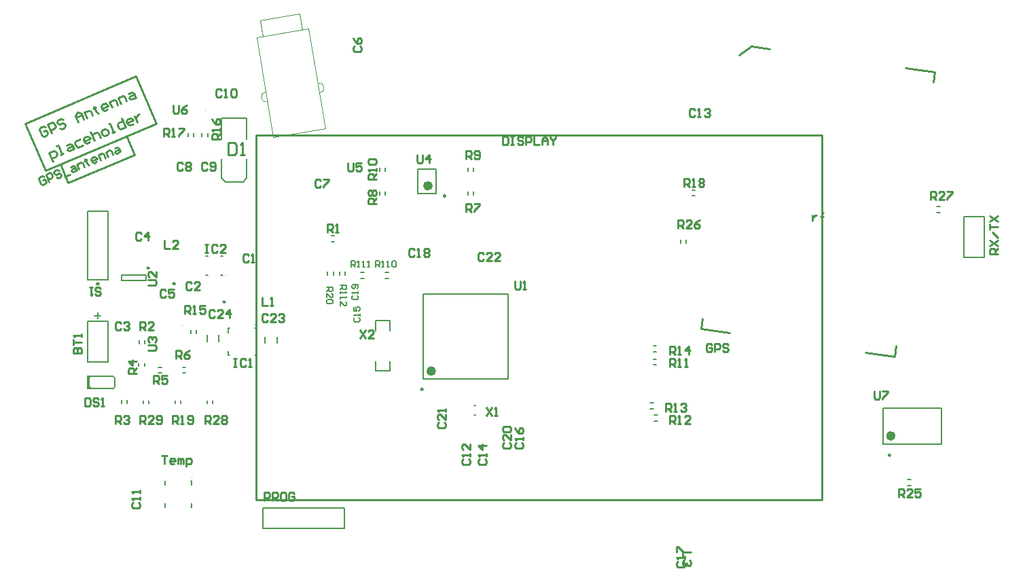
<source format=gto>
%FSLAX44Y44*%
%MOMM*%
G71*
G01*
G75*
G04 Layer_Color=65535*
%ADD10C,0.7620*%
G04:AMPARAMS|DCode=11|XSize=2mm|YSize=1.75mm|CornerRadius=0mm|HoleSize=0mm|Usage=FLASHONLY|Rotation=279.640|XOffset=0mm|YOffset=0mm|HoleType=Round|Shape=Rectangle|*
%AMROTATEDRECTD11*
4,1,4,-1.0301,0.8394,0.6952,1.1324,1.0301,-0.8394,-0.6952,-1.1324,-1.0301,0.8394,0.0*
%
%ADD11ROTATEDRECTD11*%

%ADD12R,2.3000X2.3000*%
%ADD13R,0.8000X0.9000*%
%ADD14O,1.7500X0.3000*%
%ADD15R,0.7000X0.9000*%
%ADD16R,0.9000X0.7000*%
%ADD17R,0.9000X0.8000*%
%ADD18R,0.4900X0.3000*%
%ADD19R,0.5200X0.3000*%
%ADD20R,1.7000X1.1000*%
%ADD21C,0.4000*%
%ADD22R,1.0000X1.0000*%
%ADD23R,0.7000X1.4000*%
%ADD24R,0.5500X0.9500*%
%ADD25O,0.2800X0.8500*%
%ADD26R,2.4000X1.6500*%
%ADD27R,0.7000X0.3000*%
%ADD28R,1.0000X1.6000*%
%ADD29R,0.4500X0.8500*%
%ADD30R,2.4000X1.5000*%
%ADD31R,0.8500X0.7000*%
%ADD32O,0.7000X2.0000*%
%ADD33O,1.3500X0.4500*%
%ADD34R,2.0000X0.4000*%
G04:AMPARAMS|DCode=35|XSize=1.524mm|YSize=2.8448mm|CornerRadius=0mm|HoleSize=0mm|Usage=FLASHONLY|Rotation=82.000|XOffset=0mm|YOffset=0mm|HoleType=Round|Shape=Rectangle|*
%AMROTATEDRECTD35*
4,1,4,1.3025,-0.9525,-1.5146,-0.5566,-1.3025,0.9525,1.5146,0.5566,1.3025,-0.9525,0.0*
%
%ADD35ROTATEDRECTD35*%

G04:AMPARAMS|DCode=36|XSize=1.524mm|YSize=2.8448mm|CornerRadius=0mm|HoleSize=0mm|Usage=FLASHONLY|Rotation=352.000|XOffset=0mm|YOffset=0mm|HoleType=Round|Shape=Rectangle|*
%AMROTATEDRECTD36*
4,1,4,-0.9525,-1.3025,-0.5566,1.5146,0.9525,1.3025,0.5566,-1.5146,-0.9525,-1.3025,0.0*
%
%ADD36ROTATEDRECTD36*%

%ADD37O,0.3000X1.7500*%
%ADD38R,0.2500X0.7000*%
%ADD39R,2.3800X1.6500*%
%ADD40R,0.3000X0.4900*%
%ADD41R,0.3000X0.5200*%
%ADD42C,0.1905*%
%ADD43C,0.4064*%
%ADD44C,0.5080*%
%ADD45C,0.2540*%
%ADD46C,0.3048*%
%ADD47C,0.2032*%
%ADD48C,0.6096*%
%ADD49C,1.0160*%
%ADD50C,0.3556*%
%ADD51C,1.2700*%
%ADD52R,0.7000X0.2800*%
%ADD53R,1.5000X1.5000*%
%ADD54C,1.5000*%
%ADD55C,1.8500*%
%ADD56R,1.8500X1.8500*%
%ADD57R,1.5000X1.5000*%
%ADD58C,1.2700*%
%ADD59R,1.2700X1.2700*%
%ADD60C,1.5240*%
%ADD61C,2.9000*%
%ADD62C,0.6350*%
%ADD63C,0.9000*%
%ADD64C,0.7000*%
%ADD65C,0.5000*%
%ADD66C,0.6350*%
G04:AMPARAMS|DCode=67|XSize=0.65mm|YSize=1.35mm|CornerRadius=0mm|HoleSize=0mm|Usage=FLASHONLY|Rotation=13.600|XOffset=0mm|YOffset=0mm|HoleType=Round|Shape=Rectangle|*
%AMROTATEDRECTD67*
4,1,4,-0.1572,-0.7325,-0.4746,0.5797,0.1572,0.7325,0.4746,-0.5797,-0.1572,-0.7325,0.0*
%
%ADD67ROTATEDRECTD67*%

G04:AMPARAMS|DCode=68|XSize=0.4mm|YSize=1.35mm|CornerRadius=0mm|HoleSize=0mm|Usage=FLASHONLY|Rotation=13.600|XOffset=0mm|YOffset=0mm|HoleType=Round|Shape=Rectangle|*
%AMROTATEDRECTD68*
4,1,4,-0.0357,-0.7031,-0.3531,0.6090,0.0357,0.7031,0.3531,-0.6090,-0.0357,-0.7031,0.0*
%
%ADD68ROTATEDRECTD68*%

G04:AMPARAMS|DCode=69|XSize=0.825mm|YSize=1.15mm|CornerRadius=0mm|HoleSize=0mm|Usage=FLASHONLY|Rotation=13.600|XOffset=0mm|YOffset=0mm|HoleType=Round|Shape=Rectangle|*
%AMROTATEDRECTD69*
4,1,4,-0.2657,-0.6559,-0.5361,0.4619,0.2657,0.6559,0.5361,-0.4619,-0.2657,-0.6559,0.0*
%
%ADD69ROTATEDRECTD69*%

G04:AMPARAMS|DCode=70|XSize=0.775mm|YSize=1.15mm|CornerRadius=0mm|HoleSize=0mm|Usage=FLASHONLY|Rotation=13.600|XOffset=0mm|YOffset=0mm|HoleType=Round|Shape=Rectangle|*
%AMROTATEDRECTD70*
4,1,4,-0.2414,-0.6500,-0.5118,0.4678,0.2414,0.6500,0.5118,-0.4678,-0.2414,-0.6500,0.0*
%
%ADD70ROTATEDRECTD70*%

G04:AMPARAMS|DCode=71|XSize=1.2mm|YSize=1.55mm|CornerRadius=0mm|HoleSize=0mm|Usage=FLASHONLY|Rotation=13.600|XOffset=0mm|YOffset=0mm|HoleType=Round|Shape=Rectangle|*
%AMROTATEDRECTD71*
4,1,4,-0.4009,-0.8943,-0.7654,0.6122,0.4009,0.8943,0.7654,-0.6122,-0.4009,-0.8943,0.0*
%
%ADD71ROTATEDRECTD71*%

G04:AMPARAMS|DCode=72|XSize=2.51mm|YSize=1mm|CornerRadius=0mm|HoleSize=0mm|Usage=FLASHONLY|Rotation=13.600|XOffset=0mm|YOffset=0mm|HoleType=Round|Shape=Rectangle|*
%AMROTATEDRECTD72*
4,1,4,-1.1022,-0.7811,-1.3374,0.1909,1.1022,0.7811,1.3374,-0.1909,-1.1022,-0.7811,0.0*
%
%ADD72ROTATEDRECTD72*%

G04:AMPARAMS|DCode=73|XSize=1.2mm|YSize=2.1mm|CornerRadius=0mm|HoleSize=0mm|Usage=FLASHONLY|Rotation=13.600|XOffset=0mm|YOffset=0mm|HoleType=Round|Shape=Rectangle|*
%AMROTATEDRECTD73*
4,1,4,-0.3363,-1.1617,-0.8301,0.8795,0.3363,1.1617,0.8301,-0.8795,-0.3363,-1.1617,0.0*
%
%ADD73ROTATEDRECTD73*%

%ADD74C,0.0000*%
%ADD75C,0.1000*%
%ADD76C,0.2500*%
%ADD77C,0.6000*%
%ADD78C,0.2000*%
%ADD79C,0.1500*%
%ADD80R,0.4572X1.7018*%
%ADD81R,0.5842X0.1651*%
%ADD82R,0.6502X0.1854*%
D45*
X-615238Y182995D02*
X-477162Y241605D01*
X-640245Y241908D02*
X-615238Y182995D01*
X-502169Y300517D02*
X-477162Y241605D01*
X-640245Y241908D02*
X-502169Y300517D01*
X-587060Y167797D02*
X-504214Y202963D01*
X-596828Y190810D02*
X-587060Y167797D01*
X-513592Y225055D02*
X-504214Y202963D01*
X-352425Y-227330D02*
X352425D01*
X-352425D02*
Y227330D01*
X352425D01*
Y-227330D02*
Y227330D01*
X201573Y-14429D02*
X237793Y-19519D01*
X201573Y-14429D02*
X203411Y-1350D01*
X249543Y326894D02*
X249578Y327146D01*
X264209Y338171D01*
X287601Y334884D01*
X443292Y-48400D02*
X445130Y-35321D01*
X407072Y-43310D02*
X443292Y-48400D01*
X456880Y311093D02*
X493100Y306003D01*
X491261Y292923D02*
X493100Y306003D01*
X-387500Y217735D02*
Y202500D01*
X-379883D01*
X-377343Y205039D01*
Y215196D01*
X-379883Y217735D01*
X-387500D01*
X-372265Y202500D02*
X-367187D01*
X-369726D01*
Y217735D01*
X-372265Y215196D01*
X-615445Y237222D02*
X-618067Y238281D01*
X-621747Y236719D01*
X-622807Y234097D01*
X-619682Y226735D01*
X-617060Y225676D01*
X-613379Y227239D01*
X-612320Y229860D01*
X-613882Y233541D01*
X-617563Y231978D01*
X-607858Y229582D02*
X-612545Y240625D01*
X-607024Y242968D01*
X-604402Y241909D01*
X-602840Y238228D01*
X-603899Y235607D01*
X-609421Y233263D01*
X-593360Y246596D02*
X-595982Y247656D01*
X-599662Y246093D01*
X-600722Y243472D01*
X-599940Y241631D01*
X-597319Y240572D01*
X-593638Y242134D01*
X-591016Y241075D01*
X-590235Y239235D01*
X-591294Y236613D01*
X-594975Y235051D01*
X-597597Y236110D01*
X-574731Y243644D02*
X-577855Y251006D01*
X-575737Y256249D01*
X-570494Y254130D01*
X-567369Y246769D01*
X-569713Y252290D01*
X-577074Y249165D01*
X-563688Y248331D02*
X-566813Y255693D01*
X-561292Y258036D01*
X-558670Y256977D01*
X-556326Y251456D01*
X-554711Y263002D02*
X-553930Y261161D01*
X-555770Y260380D01*
X-552090Y261943D01*
X-553930Y261161D01*
X-551586Y255640D01*
X-548965Y254581D01*
X-537922Y259268D02*
X-541603Y257706D01*
X-544225Y258765D01*
X-545787Y262446D01*
X-544728Y265067D01*
X-541047Y266630D01*
X-538425Y265571D01*
X-537644Y263730D01*
X-545006Y260605D01*
X-532401Y261612D02*
X-535526Y268973D01*
X-530005Y271317D01*
X-527383Y270258D01*
X-525039Y264737D01*
X-521359Y266299D02*
X-524483Y273661D01*
X-518962Y276004D01*
X-516341Y274945D01*
X-513997Y269424D01*
X-511600Y279129D02*
X-507920Y280692D01*
X-505298Y279632D01*
X-502954Y274111D01*
X-508476Y271768D01*
X-511097Y272827D01*
X-510038Y275448D01*
X-504517Y277792D01*
X-606007Y194519D02*
X-610694Y205562D01*
X-605173Y207906D01*
X-602551Y206846D01*
X-600989Y203165D01*
X-602048Y200544D01*
X-607569Y198200D01*
X-596527Y202887D02*
X-592846Y204450D01*
X-594686Y203669D01*
X-599374Y214711D01*
X-601214Y213930D01*
X-588609Y214936D02*
X-584928Y216499D01*
X-582307Y215440D01*
X-579963Y209918D01*
X-585484Y207575D01*
X-588106Y208634D01*
X-587047Y211256D01*
X-581525Y213599D01*
X-572046Y221967D02*
X-577567Y219624D01*
X-578626Y217002D01*
X-577063Y213321D01*
X-574442Y212262D01*
X-568921Y214606D01*
X-559719Y218512D02*
X-563399Y216949D01*
X-566021Y218008D01*
X-567583Y221689D01*
X-566524Y224311D01*
X-562843Y225873D01*
X-560222Y224814D01*
X-559441Y222974D01*
X-566802Y219849D01*
X-558885Y231898D02*
X-554197Y220855D01*
X-556541Y226377D01*
X-555482Y228998D01*
X-551801Y230561D01*
X-549179Y229501D01*
X-546836Y223980D01*
X-541314Y226324D02*
X-537634Y227886D01*
X-536574Y230508D01*
X-538137Y234189D01*
X-540759Y235248D01*
X-544439Y233685D01*
X-545499Y231064D01*
X-543936Y227383D01*
X-541314Y226324D01*
X-532112Y230230D02*
X-528432Y231792D01*
X-530272Y231011D01*
X-534959Y242054D01*
X-536800Y241272D01*
X-520236Y248303D02*
X-515549Y237261D01*
X-521070Y234917D01*
X-523691Y235976D01*
X-525254Y239657D01*
X-524195Y242279D01*
X-518674Y244622D01*
X-506347Y241167D02*
X-510027Y239604D01*
X-512649Y240664D01*
X-514211Y244344D01*
X-513152Y246966D01*
X-509471Y248528D01*
X-506850Y247469D01*
X-506069Y245629D01*
X-513430Y242504D01*
X-503950Y250872D02*
X-500825Y243510D01*
X-502388Y247191D01*
X-501329Y249813D01*
X-500269Y252435D01*
X-498429Y253216D01*
X-497840Y-132588D02*
Y-122431D01*
X-492762D01*
X-491069Y-124124D01*
Y-127510D01*
X-492762Y-129202D01*
X-497840D01*
X-494454D02*
X-491069Y-132588D01*
X-480912D02*
X-487683D01*
X-480912Y-125817D01*
Y-124124D01*
X-482605Y-122431D01*
X-485990D01*
X-487683Y-124124D01*
X-477527Y-130895D02*
X-475834Y-132588D01*
X-472448D01*
X-470756Y-130895D01*
Y-124124D01*
X-472448Y-122431D01*
X-475834D01*
X-477527Y-124124D01*
Y-125817D01*
X-475834Y-127510D01*
X-470756D01*
X-416560Y-132588D02*
Y-122431D01*
X-411482D01*
X-409789Y-124124D01*
Y-127510D01*
X-411482Y-129202D01*
X-416560D01*
X-413175D02*
X-409789Y-132588D01*
X-399632D02*
X-406403D01*
X-399632Y-125817D01*
Y-124124D01*
X-401325Y-122431D01*
X-404711D01*
X-406403Y-124124D01*
X-396247D02*
X-394554Y-122431D01*
X-391168D01*
X-389476Y-124124D01*
Y-125817D01*
X-391168Y-127510D01*
X-389476Y-129202D01*
Y-130895D01*
X-391168Y-132588D01*
X-394554D01*
X-396247Y-130895D01*
Y-129202D01*
X-394554Y-127510D01*
X-396247Y-125817D01*
Y-124124D01*
X-394554Y-127510D02*
X-391168D01*
X-457200Y-132588D02*
Y-122431D01*
X-452122D01*
X-450429Y-124124D01*
Y-127510D01*
X-452122Y-129202D01*
X-457200D01*
X-453815D02*
X-450429Y-132588D01*
X-447043D02*
X-443658D01*
X-445350D01*
Y-122431D01*
X-447043Y-124124D01*
X-438579Y-130895D02*
X-436887Y-132588D01*
X-433501D01*
X-431808Y-130895D01*
Y-124124D01*
X-433501Y-122431D01*
X-436887D01*
X-438579Y-124124D01*
Y-125817D01*
X-436887Y-127510D01*
X-431808D01*
X-441960Y4572D02*
Y14729D01*
X-436882D01*
X-435189Y13036D01*
Y9650D01*
X-436882Y7958D01*
X-441960D01*
X-438574D02*
X-435189Y4572D01*
X-431803D02*
X-428418D01*
X-430111D01*
Y14729D01*
X-431803Y13036D01*
X-416568Y14729D02*
X-423339D01*
Y9650D01*
X-419954Y11343D01*
X-418261D01*
X-416568Y9650D01*
Y6265D01*
X-418261Y4572D01*
X-421647D01*
X-423339Y6265D01*
X-404709Y7956D02*
X-406402Y9649D01*
X-409787D01*
X-411480Y7956D01*
Y1185D01*
X-409787Y-508D01*
X-406402D01*
X-404709Y1185D01*
X-394552Y-508D02*
X-401323D01*
X-394552Y6263D01*
Y7956D01*
X-396245Y9649D01*
X-399631D01*
X-401323Y7956D01*
X-386088Y-508D02*
Y9649D01*
X-391167Y4570D01*
X-384395D01*
X-338669Y2876D02*
X-340362Y4569D01*
X-343747D01*
X-345440Y2876D01*
Y-3895D01*
X-343747Y-5588D01*
X-340362D01*
X-338669Y-3895D01*
X-328512Y-5588D02*
X-335283D01*
X-328512Y1183D01*
Y2876D01*
X-330205Y4569D01*
X-333591D01*
X-335283Y2876D01*
X-325127D02*
X-323434Y4569D01*
X-320048D01*
X-318356Y2876D01*
Y1183D01*
X-320048Y-510D01*
X-321741D01*
X-320048D01*
X-318356Y-2202D01*
Y-3895D01*
X-320048Y-5588D01*
X-323434D01*
X-325127Y-3895D01*
X-238760Y192529D02*
Y184065D01*
X-237067Y182372D01*
X-233682D01*
X-231989Y184065D01*
Y192529D01*
X-221832D02*
X-228603D01*
Y187450D01*
X-225218Y189143D01*
X-223525D01*
X-221832Y187450D01*
Y184065D01*
X-223525Y182372D01*
X-226910D01*
X-228603Y184065D01*
X-456156Y264185D02*
Y255721D01*
X-454463Y254028D01*
X-451078D01*
X-449385Y255721D01*
Y264185D01*
X-439228D02*
X-442614Y262492D01*
X-445999Y259106D01*
Y255721D01*
X-444306Y254028D01*
X-440921D01*
X-439228Y255721D01*
Y257414D01*
X-440921Y259106D01*
X-445999D01*
X162560Y-46228D02*
Y-36071D01*
X167638D01*
X169331Y-37764D01*
Y-41150D01*
X167638Y-42842D01*
X162560D01*
X165945D02*
X169331Y-46228D01*
X172717D02*
X176102D01*
X174410D01*
Y-36071D01*
X172717Y-37764D01*
X186259Y-46228D02*
Y-36071D01*
X181181Y-41150D01*
X187952D01*
X157480Y-117348D02*
Y-107191D01*
X162558D01*
X164251Y-108884D01*
Y-112270D01*
X162558Y-113962D01*
X157480D01*
X160865D02*
X164251Y-117348D01*
X167637D02*
X171022D01*
X169329D01*
Y-107191D01*
X167637Y-108884D01*
X176101D02*
X177793Y-107191D01*
X181179D01*
X182872Y-108884D01*
Y-110577D01*
X181179Y-112270D01*
X179486D01*
X181179D01*
X182872Y-113962D01*
Y-115655D01*
X181179Y-117348D01*
X177793D01*
X176101Y-115655D01*
X162560Y-132588D02*
Y-122431D01*
X167638D01*
X169331Y-124124D01*
Y-127510D01*
X167638Y-129202D01*
X162560D01*
X165945D02*
X169331Y-132588D01*
X172717D02*
X176102D01*
X174410D01*
Y-122431D01*
X172717Y-124124D01*
X187952Y-132588D02*
X181181D01*
X187952Y-125817D01*
Y-124124D01*
X186259Y-122431D01*
X182873D01*
X181181Y-124124D01*
X162560Y-61468D02*
Y-51311D01*
X167638D01*
X169331Y-53004D01*
Y-56390D01*
X167638Y-58082D01*
X162560D01*
X165945D02*
X169331Y-61468D01*
X172717D02*
X176102D01*
X174410D01*
Y-51311D01*
X172717Y-53004D01*
X181181Y-61468D02*
X184566D01*
X182873D01*
Y-51311D01*
X181181Y-53004D01*
X-617074Y175437D02*
X-619294Y176334D01*
X-622410Y175011D01*
X-623307Y172791D01*
X-620661Y166558D01*
X-618442Y165661D01*
X-615325Y166984D01*
X-614429Y169204D01*
X-615751Y172320D01*
X-618868Y170998D01*
X-610651Y168969D02*
X-614619Y178318D01*
X-609945Y180302D01*
X-607725Y179405D01*
X-606402Y176289D01*
X-607299Y174069D01*
X-611973Y172085D01*
X-598376Y183374D02*
X-600595Y184271D01*
X-603712Y182948D01*
X-604608Y180728D01*
X-603947Y179170D01*
X-601727Y178273D01*
X-598611Y179596D01*
X-596391Y178699D01*
X-595730Y177141D01*
X-596627Y174921D01*
X-599743Y173598D01*
X-601963Y174495D01*
X-591291Y175347D02*
X-585058Y177993D01*
X-583690Y187768D02*
X-580574Y189091D01*
X-578354Y188195D01*
X-576370Y183520D01*
X-581045Y181536D01*
X-583264Y182432D01*
X-582367Y184652D01*
X-577693Y186636D01*
X-573253Y184843D02*
X-575899Y191076D01*
X-571225Y193060D01*
X-569005Y192163D01*
X-567021Y187488D01*
X-565653Y197264D02*
X-564992Y195706D01*
X-566550Y195044D01*
X-563433Y196367D01*
X-564992Y195706D01*
X-563007Y191031D01*
X-560788Y190134D01*
X-551438Y194103D02*
X-554555Y192780D01*
X-556774Y193677D01*
X-558097Y196793D01*
X-557201Y199013D01*
X-554084Y200336D01*
X-551864Y199439D01*
X-551203Y197880D01*
X-557436Y195235D01*
X-546764Y196087D02*
X-549409Y202320D01*
X-544735Y204304D01*
X-542515Y203407D01*
X-540531Y198733D01*
X-537414Y200056D02*
X-540060Y206288D01*
X-535385Y208273D01*
X-533166Y207376D01*
X-531181Y202701D01*
X-529153Y210918D02*
X-526036Y212241D01*
X-523816Y211344D01*
X-521832Y206670D01*
X-526507Y204685D01*
X-528727Y205582D01*
X-527830Y207802D01*
X-523155Y209786D01*
X-487677Y-41148D02*
X-479213D01*
X-477520Y-39455D01*
Y-36070D01*
X-479213Y-34377D01*
X-487677D01*
X-485984Y-30991D02*
X-487677Y-29299D01*
Y-25913D01*
X-485984Y-24220D01*
X-484291D01*
X-482598Y-25913D01*
Y-27606D01*
Y-25913D01*
X-480906Y-24220D01*
X-479213D01*
X-477520Y-25913D01*
Y-29299D01*
X-479213Y-30991D01*
X-452442Y-51722D02*
Y-41565D01*
X-447364D01*
X-445671Y-43258D01*
Y-46643D01*
X-447364Y-48336D01*
X-452442D01*
X-449057D02*
X-445671Y-51722D01*
X-435514Y-41565D02*
X-438900Y-43258D01*
X-442285Y-46643D01*
Y-50029D01*
X-440593Y-51722D01*
X-437207D01*
X-435514Y-50029D01*
Y-48336D01*
X-437207Y-46643D01*
X-442285D01*
X-480568Y-82804D02*
Y-72647D01*
X-475490D01*
X-473797Y-74340D01*
Y-77726D01*
X-475490Y-79419D01*
X-480568D01*
X-477183D02*
X-473797Y-82804D01*
X-463640Y-72647D02*
X-470411D01*
Y-77726D01*
X-467026Y-76033D01*
X-465333D01*
X-463640Y-77726D01*
Y-81111D01*
X-465333Y-82804D01*
X-468718D01*
X-470411Y-81111D01*
X-501904Y-69596D02*
X-512061D01*
Y-64518D01*
X-510368Y-62825D01*
X-506982D01*
X-505290Y-64518D01*
Y-69596D01*
Y-66210D02*
X-501904Y-62825D01*
Y-54361D02*
X-512061D01*
X-506982Y-59439D01*
Y-52668D01*
X-497840Y-15748D02*
Y-5591D01*
X-492762D01*
X-491069Y-7284D01*
Y-10670D01*
X-492762Y-12363D01*
X-497840D01*
X-494454D02*
X-491069Y-15748D01*
X-480912D02*
X-487683D01*
X-480912Y-8977D01*
Y-7284D01*
X-482605Y-5591D01*
X-485990D01*
X-487683Y-7284D01*
X-465669Y33356D02*
X-467362Y35049D01*
X-470747D01*
X-472440Y33356D01*
Y26585D01*
X-470747Y24892D01*
X-467362D01*
X-465669Y26585D01*
X-455512Y35049D02*
X-462283D01*
Y29970D01*
X-458898Y31663D01*
X-457205D01*
X-455512Y29970D01*
Y26585D01*
X-457205Y24892D01*
X-460591D01*
X-462283Y26585D01*
X-30480Y45209D02*
Y36745D01*
X-28787Y35052D01*
X-25402D01*
X-23709Y36745D01*
Y45209D01*
X-20323Y35052D02*
X-16938D01*
X-18630D01*
Y45209D01*
X-20323Y43516D01*
X571460Y78780D02*
X561303D01*
Y83858D01*
X562996Y85551D01*
X566382D01*
X568074Y83858D01*
Y78780D01*
Y82166D02*
X571460Y85551D01*
X561303Y88937D02*
X571460Y95708D01*
X561303D02*
X571460Y88937D01*
Y99094D02*
X564689Y105865D01*
X561303Y109250D02*
Y116021D01*
Y112636D01*
X571460D01*
X561303Y119407D02*
X571460Y126178D01*
X561303D02*
X571460Y119407D01*
X340360Y127101D02*
Y120330D01*
Y123716D01*
X342053Y125408D01*
X343745Y127101D01*
X345438D01*
X352210Y120330D02*
Y128794D01*
Y125408D01*
X350517D01*
X353902D01*
X352210D01*
Y128794D01*
X353902Y130487D01*
X487680Y146812D02*
Y156969D01*
X492758D01*
X494451Y155276D01*
Y151890D01*
X492758Y150197D01*
X487680D01*
X491065D02*
X494451Y146812D01*
X504608D02*
X497837D01*
X504608Y153583D01*
Y155276D01*
X502915Y156969D01*
X499529D01*
X497837Y155276D01*
X507993Y156969D02*
X514765D01*
Y155276D01*
X507993Y148505D01*
Y146812D01*
X172720Y111252D02*
Y121409D01*
X177798D01*
X179491Y119716D01*
Y116330D01*
X177798Y114637D01*
X172720D01*
X176105D02*
X179491Y111252D01*
X189648D02*
X182877D01*
X189648Y118023D01*
Y119716D01*
X187955Y121409D01*
X184569D01*
X182877Y119716D01*
X199804Y121409D02*
X196419Y119716D01*
X193033Y116330D01*
Y112945D01*
X194726Y111252D01*
X198112D01*
X199804Y112945D01*
Y114637D01*
X198112Y116330D01*
X193033D01*
X447920Y-224028D02*
Y-213871D01*
X452998D01*
X454691Y-215564D01*
Y-218950D01*
X452998Y-220643D01*
X447920D01*
X451306D02*
X454691Y-224028D01*
X464848D02*
X458077D01*
X464848Y-217257D01*
Y-215564D01*
X463155Y-213871D01*
X459770D01*
X458077Y-215564D01*
X475005Y-213871D02*
X468233D01*
Y-218950D01*
X471619Y-217257D01*
X473312D01*
X475005Y-218950D01*
Y-222335D01*
X473312Y-224028D01*
X469926D01*
X468233Y-222335D01*
X180300Y162800D02*
Y172957D01*
X185378D01*
X187071Y171264D01*
Y167878D01*
X185378Y166186D01*
X180300D01*
X183686D02*
X187071Y162800D01*
X190457D02*
X193842D01*
X192150D01*
Y172957D01*
X190457Y171264D01*
X198921D02*
X200613Y172957D01*
X203999D01*
X205692Y171264D01*
Y169571D01*
X203999Y167878D01*
X205692Y166186D01*
Y164493D01*
X203999Y162800D01*
X200613D01*
X198921Y164493D01*
Y166186D01*
X200613Y167878D01*
X198921Y169571D01*
Y171264D01*
X200613Y167878D02*
X203999D01*
X-467500Y225412D02*
Y235569D01*
X-462422D01*
X-460729Y233876D01*
Y230490D01*
X-462422Y228797D01*
X-467500D01*
X-464114D02*
X-460729Y225412D01*
X-457343D02*
X-453958D01*
X-455650D01*
Y235569D01*
X-457343Y233876D01*
X-448879Y235569D02*
X-442108D01*
Y233876D01*
X-448879Y227105D01*
Y225412D01*
X-397500Y222500D02*
X-407657D01*
Y227578D01*
X-405964Y229271D01*
X-402578D01*
X-400886Y227578D01*
Y222500D01*
Y225886D02*
X-397500Y229271D01*
Y232657D02*
Y236042D01*
Y234349D01*
X-407657D01*
X-405964Y232657D01*
X-407657Y247892D02*
X-405964Y244506D01*
X-402578Y241121D01*
X-399193D01*
X-397500Y242813D01*
Y246199D01*
X-399193Y247892D01*
X-400886D01*
X-402578Y246199D01*
Y241121D01*
X-203200Y172212D02*
X-213357D01*
Y177290D01*
X-211664Y178983D01*
X-208278D01*
X-206586Y177290D01*
Y172212D01*
Y175597D02*
X-203200Y178983D01*
Y182369D02*
Y185754D01*
Y184062D01*
X-213357D01*
X-211664Y182369D01*
Y190833D02*
X-213357Y192525D01*
Y195911D01*
X-211664Y197604D01*
X-204893D01*
X-203200Y195911D01*
Y192525D01*
X-204893Y190833D01*
X-211664D01*
X-91440Y197612D02*
Y207769D01*
X-86362D01*
X-84669Y206076D01*
Y202690D01*
X-86362Y200998D01*
X-91440D01*
X-88055D02*
X-84669Y197612D01*
X-81283Y199305D02*
X-79591Y197612D01*
X-76205D01*
X-74512Y199305D01*
Y206076D01*
X-76205Y207769D01*
X-79591D01*
X-81283Y206076D01*
Y204383D01*
X-79591Y202690D01*
X-74512D01*
X-203200Y141732D02*
X-213357D01*
Y146810D01*
X-211664Y148503D01*
X-208278D01*
X-206586Y146810D01*
Y141732D01*
Y145118D02*
X-203200Y148503D01*
X-211664Y151889D02*
X-213357Y153581D01*
Y156967D01*
X-211664Y158660D01*
X-209971D01*
X-208278Y156967D01*
X-206586Y158660D01*
X-204893D01*
X-203200Y156967D01*
Y153581D01*
X-204893Y151889D01*
X-206586D01*
X-208278Y153581D01*
X-209971Y151889D01*
X-211664D01*
X-208278Y153581D02*
Y156967D01*
X-91440Y131572D02*
Y141729D01*
X-86362D01*
X-84669Y140036D01*
Y136650D01*
X-86362Y134958D01*
X-91440D01*
X-88055D02*
X-84669Y131572D01*
X-81283Y141729D02*
X-74512D01*
Y140036D01*
X-81283Y133265D01*
Y131572D01*
X-528320Y-132588D02*
Y-122431D01*
X-523242D01*
X-521549Y-124124D01*
Y-127510D01*
X-523242Y-129202D01*
X-528320D01*
X-524935D02*
X-521549Y-132588D01*
X-518163Y-124124D02*
X-516470Y-122431D01*
X-513085D01*
X-511392Y-124124D01*
Y-125817D01*
X-513085Y-127510D01*
X-514778D01*
X-513085D01*
X-511392Y-129202D01*
Y-130895D01*
X-513085Y-132588D01*
X-516470D01*
X-518163Y-130895D01*
X-264160Y106172D02*
Y116329D01*
X-259082D01*
X-257389Y114636D01*
Y111250D01*
X-259082Y109558D01*
X-264160D01*
X-260774D02*
X-257389Y106172D01*
X-254003D02*
X-250618D01*
X-252311D01*
Y116329D01*
X-254003Y114636D01*
X-223520Y-15751D02*
X-216749Y-25908D01*
Y-15751D02*
X-223520Y-25908D01*
X-206592D02*
X-213363D01*
X-206592Y-19137D01*
Y-17444D01*
X-208285Y-15751D01*
X-211670D01*
X-213363Y-17444D01*
X-342460Y-228638D02*
Y-218481D01*
X-337382D01*
X-335689Y-220174D01*
Y-223559D01*
X-337382Y-225252D01*
X-342460D01*
X-332303Y-228638D02*
Y-218481D01*
X-327225D01*
X-325532Y-220174D01*
Y-223559D01*
X-327225Y-225252D01*
X-332303D01*
X-328918D02*
X-325532Y-228638D01*
X-317068Y-218481D02*
X-320454D01*
X-322147Y-220174D01*
Y-226945D01*
X-320454Y-228638D01*
X-317068D01*
X-315375Y-226945D01*
Y-220174D01*
X-317068Y-218481D01*
X-305219Y-220174D02*
X-306912Y-218481D01*
X-310297D01*
X-311990Y-220174D01*
Y-226945D01*
X-310297Y-228638D01*
X-306912D01*
X-305219Y-226945D01*
Y-223559D01*
X-308604D01*
X-152400Y202689D02*
Y194225D01*
X-150707Y192532D01*
X-147322D01*
X-145629Y194225D01*
Y202689D01*
X-137165Y192532D02*
Y202689D01*
X-142243Y197610D01*
X-135472D01*
X-345440Y24889D02*
Y14732D01*
X-338669D01*
X-335283D02*
X-331898D01*
X-333591D01*
Y24889D01*
X-335283Y23196D01*
X215021Y-34166D02*
X213328Y-32473D01*
X209943D01*
X208250Y-34166D01*
Y-40937D01*
X209943Y-42630D01*
X213328D01*
X215021Y-40937D01*
Y-37552D01*
X211636D01*
X218407Y-42630D02*
Y-32473D01*
X223485D01*
X225178Y-34166D01*
Y-37552D01*
X223485Y-39244D01*
X218407D01*
X235335Y-34166D02*
X233642Y-32473D01*
X230256D01*
X228563Y-34166D01*
Y-35859D01*
X230256Y-37552D01*
X233642D01*
X235335Y-39244D01*
Y-40937D01*
X233642Y-42630D01*
X230256D01*
X228563Y-40937D01*
X417440Y-91951D02*
Y-100415D01*
X419133Y-102108D01*
X422518D01*
X424211Y-100415D01*
Y-91951D01*
X427597D02*
X434368D01*
Y-93644D01*
X427597Y-100415D01*
Y-102108D01*
X189507Y-292460D02*
X179350D01*
Y-299231D01*
X187814Y-302617D02*
X189507Y-304310D01*
Y-307695D01*
X187814Y-309388D01*
X186121D01*
X184428Y-307695D01*
Y-306002D01*
Y-307695D01*
X182736Y-309388D01*
X181043D01*
X179350Y-307695D01*
Y-304310D01*
X181043Y-302617D01*
X-45000Y225157D02*
Y215000D01*
X-39922D01*
X-38229Y216693D01*
Y223464D01*
X-39922Y225157D01*
X-45000D01*
X-34843D02*
X-31458D01*
X-33151D01*
Y215000D01*
X-34843D01*
X-31458D01*
X-19608Y223464D02*
X-21301Y225157D01*
X-24687D01*
X-26379Y223464D01*
Y221771D01*
X-24687Y220078D01*
X-21301D01*
X-19608Y218386D01*
Y216693D01*
X-21301Y215000D01*
X-24687D01*
X-26379Y216693D01*
X-16223Y215000D02*
Y225157D01*
X-11144D01*
X-9452Y223464D01*
Y220078D01*
X-11144Y218386D01*
X-16223D01*
X-6066Y225157D02*
Y215000D01*
X705D01*
X4091D02*
Y221771D01*
X7476Y225157D01*
X10862Y221771D01*
Y215000D01*
Y220078D01*
X4091D01*
X14247Y225157D02*
Y223464D01*
X17633Y220078D01*
X21019Y223464D01*
Y225157D01*
X17633Y220078D02*
Y215000D01*
X-69429Y79076D02*
X-71122Y80769D01*
X-74507D01*
X-76200Y79076D01*
Y72305D01*
X-74507Y70612D01*
X-71122D01*
X-69429Y72305D01*
X-59272Y70612D02*
X-66043D01*
X-59272Y77383D01*
Y79076D01*
X-60965Y80769D01*
X-64351D01*
X-66043Y79076D01*
X-49116Y70612D02*
X-55887D01*
X-49116Y77383D01*
Y79076D01*
X-50808Y80769D01*
X-54194D01*
X-55887Y79076D01*
X-125304Y-130897D02*
X-126997Y-132590D01*
Y-135975D01*
X-125304Y-137668D01*
X-118533D01*
X-116840Y-135975D01*
Y-132590D01*
X-118533Y-130897D01*
X-116840Y-120740D02*
Y-127511D01*
X-123611Y-120740D01*
X-125304D01*
X-126997Y-122433D01*
Y-125819D01*
X-125304Y-127511D01*
X-116840Y-117355D02*
Y-113969D01*
Y-115662D01*
X-126997D01*
X-125304Y-117355D01*
X-44024Y-156297D02*
X-45717Y-157990D01*
Y-161375D01*
X-44024Y-163068D01*
X-37253D01*
X-35560Y-161375D01*
Y-157990D01*
X-37253Y-156297D01*
X-35560Y-146140D02*
Y-152911D01*
X-42331Y-146140D01*
X-44024D01*
X-45717Y-147833D01*
Y-151219D01*
X-44024Y-152911D01*
Y-142755D02*
X-45717Y-141062D01*
Y-137676D01*
X-44024Y-135983D01*
X-37253D01*
X-35560Y-137676D01*
Y-141062D01*
X-37253Y-142755D01*
X-44024D01*
X-155789Y84156D02*
X-157482Y85849D01*
X-160867D01*
X-162560Y84156D01*
Y77385D01*
X-160867Y75692D01*
X-157482D01*
X-155789Y77385D01*
X-152403Y75692D02*
X-149018D01*
X-150710D01*
Y85849D01*
X-152403Y84156D01*
X-143939D02*
X-142247Y85849D01*
X-138861D01*
X-137168Y84156D01*
Y82463D01*
X-138861Y80770D01*
X-137168Y79078D01*
Y77385D01*
X-138861Y75692D01*
X-142247D01*
X-143939Y77385D01*
Y79078D01*
X-142247Y80770D01*
X-143939Y82463D01*
Y84156D01*
X-142247Y80770D02*
X-138861D01*
X173186Y-304539D02*
X171493Y-306232D01*
Y-309617D01*
X173186Y-311310D01*
X179957D01*
X181650Y-309617D01*
Y-306232D01*
X179957Y-304539D01*
X181650Y-301153D02*
Y-297768D01*
Y-299461D01*
X171493D01*
X173186Y-301153D01*
X171493Y-292689D02*
Y-285918D01*
X173186D01*
X179957Y-292689D01*
X181650D01*
X-28784Y-156297D02*
X-30477Y-157990D01*
Y-161375D01*
X-28784Y-163068D01*
X-22013D01*
X-20320Y-161375D01*
Y-157990D01*
X-22013Y-156297D01*
X-20320Y-152911D02*
Y-149526D01*
Y-151219D01*
X-30477D01*
X-28784Y-152911D01*
X-30477Y-137676D02*
X-28784Y-141062D01*
X-25398Y-144447D01*
X-22013D01*
X-20320Y-142755D01*
Y-139369D01*
X-22013Y-137676D01*
X-23706D01*
X-25398Y-139369D01*
Y-144447D01*
X-74504Y-176617D02*
X-76197Y-178310D01*
Y-181695D01*
X-74504Y-183388D01*
X-67733D01*
X-66040Y-181695D01*
Y-178310D01*
X-67733Y-176617D01*
X-66040Y-173231D02*
Y-169846D01*
Y-171539D01*
X-76197D01*
X-74504Y-173231D01*
X-66040Y-159689D02*
X-76197D01*
X-71118Y-164767D01*
Y-157996D01*
X194111Y258236D02*
X192418Y259929D01*
X189033D01*
X187340Y258236D01*
Y251465D01*
X189033Y249772D01*
X192418D01*
X194111Y251465D01*
X197497Y249772D02*
X200882D01*
X199189D01*
Y259929D01*
X197497Y258236D01*
X205961D02*
X207654Y259929D01*
X211039D01*
X212732Y258236D01*
Y256543D01*
X211039Y254850D01*
X209346D01*
X211039D01*
X212732Y253158D01*
Y251465D01*
X211039Y249772D01*
X207654D01*
X205961Y251465D01*
X-94824Y-176617D02*
X-96517Y-178310D01*
Y-181695D01*
X-94824Y-183388D01*
X-88053D01*
X-86360Y-181695D01*
Y-178310D01*
X-88053Y-176617D01*
X-86360Y-173231D02*
Y-169846D01*
Y-171539D01*
X-96517D01*
X-94824Y-173231D01*
X-86360Y-157996D02*
Y-164767D01*
X-93131Y-157996D01*
X-94824D01*
X-96517Y-159689D01*
Y-163075D01*
X-94824Y-164767D01*
X-506304Y-230465D02*
X-507997Y-232158D01*
Y-235543D01*
X-506304Y-237236D01*
X-499533D01*
X-497840Y-235543D01*
Y-232158D01*
X-499533Y-230465D01*
X-497840Y-227079D02*
Y-223694D01*
Y-225387D01*
X-507997D01*
X-506304Y-227079D01*
X-497840Y-218615D02*
Y-215230D01*
Y-216923D01*
X-507997D01*
X-506304Y-218615D01*
X-395729Y283464D02*
X-397422Y285157D01*
X-400807D01*
X-402500Y283464D01*
Y276693D01*
X-400807Y275000D01*
X-397422D01*
X-395729Y276693D01*
X-392343Y275000D02*
X-388958D01*
X-390650D01*
Y285157D01*
X-392343Y283464D01*
X-383879D02*
X-382187Y285157D01*
X-378801D01*
X-377108Y283464D01*
Y276693D01*
X-378801Y275000D01*
X-382187D01*
X-383879Y276693D01*
Y283464D01*
X-413825Y191372D02*
X-415518Y193065D01*
X-418903D01*
X-420596Y191372D01*
Y184601D01*
X-418903Y182908D01*
X-415518D01*
X-413825Y184601D01*
X-410439D02*
X-408746Y182908D01*
X-405361D01*
X-403668Y184601D01*
Y191372D01*
X-405361Y193065D01*
X-408746D01*
X-410439Y191372D01*
Y189679D01*
X-408746Y187986D01*
X-403668D01*
X-444305Y191372D02*
X-445998Y193065D01*
X-449383D01*
X-451076Y191372D01*
Y184601D01*
X-449383Y182908D01*
X-445998D01*
X-444305Y184601D01*
X-440919Y191372D02*
X-439226Y193065D01*
X-435841D01*
X-434148Y191372D01*
Y189679D01*
X-435841Y187986D01*
X-434148Y186294D01*
Y184601D01*
X-435841Y182908D01*
X-439226D01*
X-440919Y184601D01*
Y186294D01*
X-439226Y187986D01*
X-440919Y189679D01*
Y191372D01*
X-439226Y187986D02*
X-435841D01*
X-272629Y170516D02*
X-274322Y172209D01*
X-277707D01*
X-279400Y170516D01*
Y163745D01*
X-277707Y162052D01*
X-274322D01*
X-272629Y163745D01*
X-269243Y172209D02*
X-262472D01*
Y170516D01*
X-269243Y163745D01*
Y162052D01*
X-230044Y338491D02*
X-231737Y336798D01*
Y333413D01*
X-230044Y331720D01*
X-223273D01*
X-221580Y333413D01*
Y336798D01*
X-223273Y338491D01*
X-231737Y348648D02*
X-230044Y345262D01*
X-226658Y341877D01*
X-223273D01*
X-221580Y343569D01*
Y346955D01*
X-223273Y348648D01*
X-224966D01*
X-226658Y346955D01*
Y341877D01*
X-496149Y104476D02*
X-497842Y106169D01*
X-501227D01*
X-502920Y104476D01*
Y97705D01*
X-501227Y96012D01*
X-497842D01*
X-496149Y97705D01*
X-487685Y96012D02*
Y106169D01*
X-492763Y101090D01*
X-485992D01*
X-521549Y-7284D02*
X-523242Y-5591D01*
X-526627D01*
X-528320Y-7284D01*
Y-14055D01*
X-526627Y-15748D01*
X-523242D01*
X-521549Y-14055D01*
X-518163Y-7284D02*
X-516470Y-5591D01*
X-513085D01*
X-511392Y-7284D01*
Y-8977D01*
X-513085Y-10670D01*
X-514778D01*
X-513085D01*
X-511392Y-12363D01*
Y-14055D01*
X-513085Y-15748D01*
X-516470D01*
X-518163Y-14055D01*
X-433157Y42754D02*
X-434850Y44447D01*
X-438235D01*
X-439928Y42754D01*
Y35983D01*
X-438235Y34290D01*
X-434850D01*
X-433157Y35983D01*
X-423000Y34290D02*
X-429771D01*
X-423000Y41061D01*
Y42754D01*
X-424693Y44447D01*
X-428078D01*
X-429771Y42754D01*
X-362115Y76988D02*
X-363808Y78681D01*
X-367193D01*
X-368886Y76988D01*
Y70217D01*
X-367193Y68524D01*
X-363808D01*
X-362115Y70217D01*
X-358729Y68524D02*
X-355344D01*
X-357037D01*
Y78681D01*
X-358729Y76988D01*
X-470408Y-172215D02*
X-463637D01*
X-467023D01*
Y-182372D01*
X-455173D02*
X-458559D01*
X-460251Y-180679D01*
Y-177294D01*
X-458559Y-175601D01*
X-455173D01*
X-453480Y-177294D01*
Y-178986D01*
X-460251D01*
X-450095Y-182372D02*
Y-175601D01*
X-448402D01*
X-446709Y-177294D01*
Y-182372D01*
Y-177294D01*
X-445016Y-175601D01*
X-443324Y-177294D01*
Y-182372D01*
X-439938Y-185758D02*
Y-175601D01*
X-434860D01*
X-433167Y-177294D01*
Y-180679D01*
X-434860Y-182372D01*
X-439938D01*
X-416560Y90929D02*
X-413175D01*
X-414867D01*
Y80772D01*
X-416560D01*
X-413175D01*
X-401325Y89236D02*
X-403018Y90929D01*
X-406403D01*
X-408096Y89236D01*
Y82465D01*
X-406403Y80772D01*
X-403018D01*
X-401325Y82465D01*
X-391168Y80772D02*
X-397939D01*
X-391168Y87543D01*
Y89236D01*
X-392861Y90929D01*
X-396247D01*
X-397939Y89236D01*
X-381000Y-51311D02*
X-377615D01*
X-379307D01*
Y-61468D01*
X-381000D01*
X-377615D01*
X-365765Y-53004D02*
X-367458Y-51311D01*
X-370843D01*
X-372536Y-53004D01*
Y-59775D01*
X-370843Y-61468D01*
X-367458D01*
X-365765Y-59775D01*
X-362379Y-61468D02*
X-358994D01*
X-360687D01*
Y-51311D01*
X-362379Y-53004D01*
X-467360Y96009D02*
Y85852D01*
X-460589D01*
X-450432D02*
X-457203D01*
X-450432Y92623D01*
Y94316D01*
X-452125Y96009D01*
X-455510D01*
X-457203Y94316D01*
X-487677Y40132D02*
X-479213D01*
X-477520Y41825D01*
Y45210D01*
X-479213Y46903D01*
X-487677D01*
X-477520Y57060D02*
Y50289D01*
X-484291Y57060D01*
X-485984D01*
X-487677Y55367D01*
Y51982D01*
X-485984Y50289D01*
X-66040Y-112271D02*
X-59269Y-122428D01*
Y-112271D02*
X-66040Y-122428D01*
X-55883D02*
X-52498D01*
X-54191D01*
Y-112271D01*
X-55883Y-113964D01*
X-580133Y-44196D02*
X-569976D01*
Y-39118D01*
X-571669Y-37425D01*
X-573362D01*
X-575054Y-39118D01*
Y-44196D01*
Y-39118D01*
X-576747Y-37425D01*
X-578440D01*
X-580133Y-39118D01*
Y-44196D01*
Y-34039D02*
Y-27268D01*
Y-30654D01*
X-569976D01*
Y-23883D02*
Y-20497D01*
Y-22190D01*
X-580133D01*
X-578440Y-23883D01*
X-553051Y28948D02*
X-551358Y27255D01*
X-547973D01*
X-546280Y28948D01*
Y30641D01*
X-547973Y32334D01*
X-551358D01*
X-553051Y34026D01*
Y35719D01*
X-551358Y37412D01*
X-547973D01*
X-546280Y35719D01*
X-556437Y37412D02*
X-559822D01*
X-558130D01*
Y27255D01*
X-556437Y28948D01*
X-565912Y-100079D02*
Y-110236D01*
X-560834D01*
X-559141Y-108543D01*
Y-101772D01*
X-560834Y-100079D01*
X-565912D01*
X-548984Y-101772D02*
X-550677Y-100079D01*
X-554062D01*
X-555755Y-101772D01*
Y-103465D01*
X-554062Y-105158D01*
X-550677D01*
X-548984Y-106851D01*
Y-108543D01*
X-550677Y-110236D01*
X-554062D01*
X-555755Y-108543D01*
X-545599Y-110236D02*
X-542213D01*
X-543906D01*
Y-100079D01*
X-545599Y-101772D01*
D47*
X-560593Y-86106D02*
G03*
X-558434Y-88265I2159J0D01*
G01*
Y-73279D02*
G03*
X-560593Y-75438I0J-2159D01*
G01*
X-530718Y-88265D02*
G03*
X-528559Y-86106I0J2159D01*
G01*
Y-75438D02*
G03*
X-530718Y-73279I-2159J0D01*
G01*
X-558434Y-88265D02*
X-530718D01*
X-560593Y-86106D02*
Y-75438D01*
X-558434Y-73279D02*
X-530718D01*
X-528559Y-86106D02*
Y-75438D01*
X-265000Y37500D02*
X-257383D01*
Y33691D01*
X-258652Y32422D01*
X-261191D01*
X-262461Y33691D01*
Y37500D01*
Y34961D02*
X-265000Y32422D01*
Y24804D02*
Y29883D01*
X-259922Y24804D01*
X-258652D01*
X-257383Y26074D01*
Y28613D01*
X-258652Y29883D01*
Y22265D02*
X-257383Y20995D01*
Y18456D01*
X-258652Y17187D01*
X-263730D01*
X-265000Y18456D01*
Y20995D01*
X-263730Y22265D01*
X-258652D01*
X-203520Y62980D02*
Y70598D01*
X-199711D01*
X-198442Y69328D01*
Y66789D01*
X-199711Y65519D01*
X-203520D01*
X-200981D02*
X-198442Y62980D01*
X-195903D02*
X-193363D01*
X-194633D01*
Y70598D01*
X-195903Y69328D01*
X-189555Y62980D02*
X-187015D01*
X-188285D01*
Y70598D01*
X-189555Y69328D01*
X-183207D02*
X-181937Y70598D01*
X-179398D01*
X-178128Y69328D01*
Y64250D01*
X-179398Y62980D01*
X-181937D01*
X-183207Y64250D01*
Y69328D01*
X-231828Y27198D02*
X-233098Y25929D01*
Y23390D01*
X-231828Y22120D01*
X-226750D01*
X-225480Y23390D01*
Y25929D01*
X-226750Y27198D01*
X-225480Y29738D02*
Y32277D01*
Y31007D01*
X-233098D01*
X-231828Y29738D01*
X-226750Y36086D02*
X-225480Y37355D01*
Y39894D01*
X-226750Y41164D01*
X-231828D01*
X-233098Y39894D01*
Y37355D01*
X-231828Y36086D01*
X-230558D01*
X-229289Y37355D01*
Y41164D01*
X-229868Y-510D02*
X-231138Y-1779D01*
Y-4318D01*
X-229868Y-5588D01*
X-224790D01*
X-223520Y-4318D01*
Y-1779D01*
X-224790Y-510D01*
X-223520Y2030D02*
Y4569D01*
Y3299D01*
X-231138D01*
X-229868Y2030D01*
X-231138Y13456D02*
Y8377D01*
X-227329D01*
X-228598Y10917D01*
Y12186D01*
X-227329Y13456D01*
X-224790D01*
X-223520Y12186D01*
Y9647D01*
X-224790Y8377D01*
X-234000Y62980D02*
Y70598D01*
X-230191D01*
X-228922Y69328D01*
Y66789D01*
X-230191Y65519D01*
X-234000D01*
X-231461D02*
X-228922Y62980D01*
X-226383D02*
X-223843D01*
X-225113D01*
Y70598D01*
X-226383Y69328D01*
X-220035Y62980D02*
X-217495D01*
X-218765D01*
Y70598D01*
X-220035Y69328D01*
X-213687Y62980D02*
X-211147D01*
X-212417D01*
Y70598D01*
X-213687Y69328D01*
X-247500Y40000D02*
X-239883D01*
Y36191D01*
X-241152Y34922D01*
X-243691D01*
X-244961Y36191D01*
Y40000D01*
Y37461D02*
X-247500Y34922D01*
Y32383D02*
Y29843D01*
Y31113D01*
X-239883D01*
X-241152Y32383D01*
X-247500Y26035D02*
Y23495D01*
Y24765D01*
X-239883D01*
X-241152Y26035D01*
X-247500Y14608D02*
Y19687D01*
X-242422Y14608D01*
X-241152D01*
X-239883Y15878D01*
Y18417D01*
X-241152Y19687D01*
D74*
X-340730Y281344D02*
G03*
X-338553Y268528I1089J-6408D01*
G01*
X-273485Y279580D02*
G03*
X-275662Y292396I-1089J6408D01*
G01*
X-298402Y378504D02*
X-295053Y358786D01*
X-352234Y349074D02*
X-287166Y360126D01*
X-347696Y370131D02*
X-344347Y350414D01*
X-347696Y370131D02*
X-298402Y378504D01*
X-352234Y349074D02*
X-331134Y224853D01*
X-287166Y360126D02*
X-266066Y235905D01*
X-331134Y224853D02*
X-266066Y235905D01*
D75*
X-233350Y176632D02*
G03*
X-233350Y176632I-500J0D01*
G01*
X-354100Y-9428D02*
G03*
X-354100Y-9428I-500J0D01*
G01*
X-390000Y52572D02*
G03*
X-390000Y52572I-500J0D01*
G01*
X-433000Y-199928D02*
G03*
X-433000Y-199928I-500J0D01*
G01*
X-444000Y-9928D02*
G03*
X-444000Y-9928I-500J0D01*
G01*
X-415676Y258262D02*
G03*
X-415676Y258262I-500J0D01*
G01*
D76*
X-391254Y19542D02*
G03*
X-391254Y19542I-1250J0D01*
G01*
X-548740Y41962D02*
G03*
X-548740Y41962I-1250J0D01*
G01*
X-486000Y61572D02*
G03*
X-486000Y61572I-1250J0D01*
G01*
X-453720Y42068D02*
G03*
X-453720Y42068I-1250J0D01*
G01*
X438200Y-171678D02*
G03*
X438200Y-171678I-1250J0D01*
G01*
X-116500Y151572D02*
G03*
X-116500Y151572I-1250J0D01*
G01*
X-144690Y-89626D02*
G03*
X-144690Y-89626I-1250J0D01*
G01*
D77*
X441500Y-147678D02*
G03*
X441500Y-147678I-3000J0D01*
G01*
X-135500Y164072D02*
G03*
X-135500Y164072I-3000J0D01*
G01*
X-131440Y-66876D02*
G03*
X-131440Y-66876I-3000J0D01*
G01*
D78*
X-395500Y173500D02*
X-391000Y169000D01*
X-395500Y173500D02*
Y198000D01*
X-391000Y169000D02*
X-369000D01*
X-395500Y222000D02*
Y248000D01*
X-369000Y169000D02*
X-364500Y173500D01*
Y198000D01*
X-395500Y248000D02*
X-364500D01*
Y222000D02*
Y248000D01*
X-259048Y94544D02*
X-255048D01*
X-259048Y101544D02*
X-255048D01*
X-263500Y53000D02*
Y57000D01*
X-256500Y53000D02*
Y57000D01*
X-222000Y56000D02*
X-218000D01*
X-222000Y49000D02*
X-218000D01*
X-192000D02*
X-188000D01*
X-192000Y56000D02*
X-188000D01*
X143288Y-128976D02*
X147288D01*
X143288Y-121976D02*
X147288D01*
X138208Y-113736D02*
X142208D01*
X138208Y-106736D02*
X142208D01*
X142272Y-51872D02*
X146272D01*
X142272Y-58872D02*
X146272D01*
X142272Y-35616D02*
X146272D01*
X142272Y-42616D02*
X146272D01*
X459128Y-202240D02*
X463128D01*
X459128Y-209240D02*
X463128D01*
X495840Y131120D02*
X499840D01*
X495840Y138120D02*
X499840D01*
X-81500Y152572D02*
Y156572D01*
X-88500Y152572D02*
Y156572D01*
X-88500Y182572D02*
Y186572D01*
X-81500Y182572D02*
Y186572D01*
X-198500Y182572D02*
Y186572D01*
X-191500Y182572D02*
Y186572D01*
X-191500Y152572D02*
Y156572D01*
X-198500Y152572D02*
Y156572D01*
X-413032Y225612D02*
Y229612D01*
X-420032Y225612D02*
Y229612D01*
X-413900Y-29908D02*
Y-21908D01*
X-398900Y-29908D02*
Y-21908D01*
X-434284Y-19780D02*
Y-15780D01*
X-427284Y-19780D02*
Y-15780D01*
X-520644Y-107156D02*
Y-103156D01*
X-513644Y-107156D02*
Y-103156D01*
X-406500Y-107428D02*
Y-103428D01*
X-413500Y-107428D02*
Y-103428D01*
X-446500Y-107428D02*
Y-103428D01*
X-453500Y-107428D02*
Y-103428D01*
X-486500Y-107428D02*
Y-103428D01*
X-493500Y-107428D02*
Y-103428D01*
X-474500Y-68928D02*
X-470500D01*
X-474500Y-61928D02*
X-470500D01*
X-498800Y-60928D02*
Y-56928D01*
X-491800Y-60928D02*
Y-56928D01*
X-430304Y225612D02*
Y229612D01*
X-437304Y225612D02*
Y229612D01*
X190500Y158500D02*
X194500D01*
X190500Y151500D02*
X194500D01*
X183500Y92572D02*
Y96572D01*
X176500Y92572D02*
Y96572D01*
X-498500Y-32428D02*
Y-28428D01*
X-491500Y-32428D02*
Y-28428D01*
X-444500Y-68928D02*
X-440500D01*
X-444500Y-61928D02*
X-440500D01*
X-562700Y46772D02*
X-537300D01*
X-562700D02*
Y132372D01*
X-537300D01*
Y46772D02*
Y132372D01*
X-562700Y-55828D02*
Y-5028D01*
X-537300D01*
X-562700Y-55828D02*
X-537300D01*
Y-5028D01*
X-81000Y-121428D02*
X-79000D01*
X-81000Y-109428D02*
X-79000D01*
X-520000Y46072D02*
Y53072D01*
Y46072D02*
X-490000D01*
X-520000Y53072D02*
X-490000D01*
Y46072D02*
Y53072D01*
X-241500Y53000D02*
Y57000D01*
X-248500Y53000D02*
Y57000D01*
X-387000Y-47428D02*
Y-41928D01*
X-387000Y-47428D02*
X-385400D01*
X-387000Y-18928D02*
Y-13428D01*
X-387000D02*
X-385400D01*
X-354600Y-47428D02*
X-353000D01*
Y-47428D02*
Y-41928D01*
Y-18928D02*
Y-13428D01*
X-354600D02*
X-353000D01*
X-415500Y52572D02*
X-413000D01*
X-415500Y76572D02*
X-413000D01*
X-397000Y52572D02*
X-394500D01*
X-397000Y76572D02*
X-394500D01*
X-466500Y-236928D02*
Y-231828D01*
Y-236928D02*
X-466250D01*
X-466500Y-203928D02*
X-466250D01*
X-466500Y-209028D02*
Y-203928D01*
X-433750Y-236928D02*
X-433500D01*
Y-231828D01*
X-433750Y-203928D02*
X-433500D01*
Y-209028D02*
Y-203928D01*
X428500Y-157678D02*
Y-113178D01*
X501500D01*
X428500Y-157678D02*
X501500D01*
Y-113178D01*
X-151500Y154072D02*
Y185072D01*
X-128500D01*
X-151500Y154072D02*
X-128500D01*
Y185072D01*
X-343900Y-262700D02*
Y-237300D01*
Y-262700D02*
X-242300D01*
X-343900Y-237300D02*
X-242300D01*
Y-262700D02*
Y-237300D01*
X-204000Y-16428D02*
Y-3928D01*
X-204000Y-66928D02*
Y-54428D01*
Y-66928D02*
X-186000D01*
X-204000Y-3928D02*
X-186000D01*
X-186000Y-66928D02*
Y-54428D01*
X-186000Y-16428D02*
Y-3928D01*
X529800Y74800D02*
Y125600D01*
X555200D01*
X529800Y74800D02*
X555200D01*
Y125600D01*
X-144440Y-76876D02*
Y29124D01*
Y-76876D02*
X-38440D01*
X-144440Y29124D02*
X-38440D01*
Y-76876D02*
Y29124D01*
X-341764Y-31940D02*
Y-23940D01*
X-326764Y-31940D02*
Y-23940D01*
D79*
X-550022Y6272D02*
Y-1392D01*
X-546190Y2440D02*
X-553854D01*
D80*
X-562019Y-80765D02*
D03*
D81*
X-559479Y-88449D02*
D03*
D82*
X-559149Y-73183D02*
D03*
M02*

</source>
